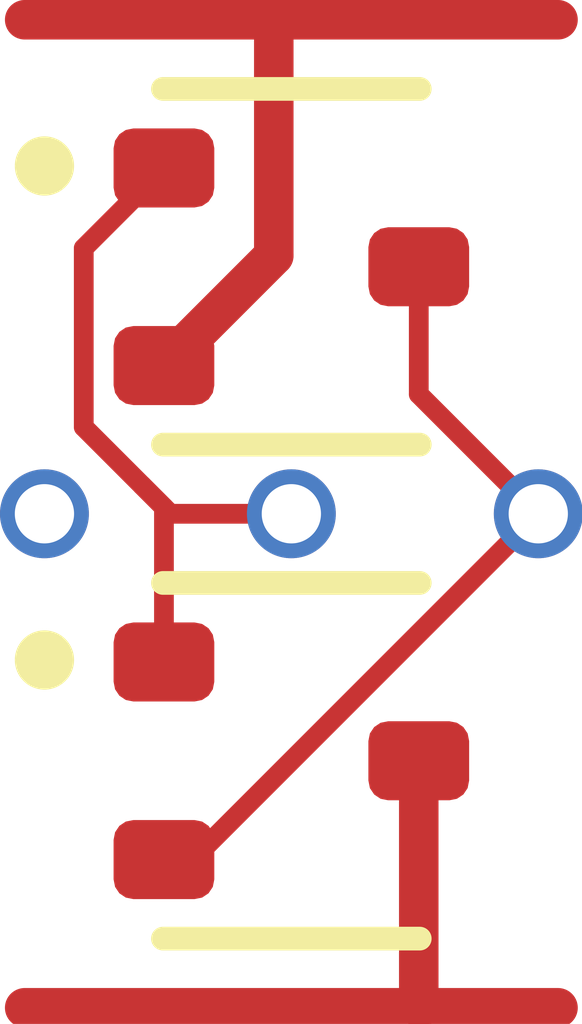
<source format=kicad_pcb>
(kicad_pcb (version 20241229) (generator "pcbnew") (generator_version "9.0")
  (layers (0 "F.Cu" signal) (2 "B.Cu" signal) (13 "F.Paste" user) (15 "B.Paste" user) (5 "F.SilkS" user "F.Silkscreen") (7 "B.SilkS" user "B.Silkscreen") (1 "F.Mask" user) (3 "B.Mask" user) (25 "Edge.Cuts" user))
  (net 0 "")
  (net 1 "Y")
  (net 2 "GND")
  (net 3 "A")
  (net 4 "VDD")
  (footprint "Package_TO_SOT_SMD:SOT-523" (layer "F.Cu") (at 1.25 3.75)
    (property "Reference" "P1" (hide yes))
    (property "Value" "Q_PJFET_GSD" (hide yes))
    (fp_line (start 0.65 -0.9) (end -0.65 -0.9) (stroke (width 0.12)) (layer "F.SilkS"))
    (fp_line (start 0.65 0.9) (end -0.65 0.9) (stroke (width 0.12)) (layer "F.SilkS"))
    (fp_circle (center -1.25 -0.51) (end -1.1 -0.51) (fill yes) (layer "F.SilkS"))
    (pad "1" smd roundrect (at -0.645 -0.5 180) (size 0.51 0.4) (layers "F.Cu" "F.Mask" "F.Paste") (net 3 "A"))
    (pad "2" smd roundrect (at -0.645 0.5 180) (size 0.51 0.4) (layers "F.Cu" "F.Mask" "F.Paste") (net 1 "Y"))
    (pad "3" smd roundrect (at 0.645 0 180) (size 0.51 0.4) (layers "F.Cu" "F.Mask" "F.Paste") (net 4 "VDD"))
  )
  (footprint "Package_TO_SOT_SMD:SOT-523" (layer "F.Cu") (at 1.25 1.25)
    (property "Reference" "N1" (hide yes))
    (property "Value" "Q_NJFET_GSD" (hide yes))
    (fp_line (start 0.65 -0.9) (end -0.65 -0.9) (stroke (width 0.12)) (layer "F.SilkS"))
    (fp_line (start 0.65 0.9) (end -0.65 0.9) (stroke (width 0.12)) (layer "F.SilkS"))
    (fp_circle (center -1.25 -0.51) (end -1.1 -0.51) (fill yes) (layer "F.SilkS"))
    (pad "1" smd roundrect (at -0.645 -0.5 180) (size 0.51 0.4) (layers "F.Cu" "F.Mask" "F.Paste") (net 3 "A"))
    (pad "2" smd roundrect (at -0.645 0.5 180) (size 0.51 0.4) (layers "F.Cu" "F.Mask" "F.Paste") (net 2 "GND"))
    (pad "3" smd roundrect (at 0.645 0 180) (size 0.51 0.4) (layers "F.Cu" "F.Mask" "F.Paste") (net 1 "Y"))
  )
  (via (at 0 2.5) (size 0.45) (drill 0.3) (layers "F.Cu" "B.Cu") (net 0))
  (segment (start 0.75 4.25) (end 0.605 4.25) (width 0.1) (layer "F.Cu") (net 1))
  (segment (start 1.895 1.25) (end 1.895 1.895) (width 0.1) (layer "F.Cu") (net 1))
  (segment (start 1.895 1.895) (end 2.5 2.5) (width 0.1) (layer "F.Cu") (net 1))
  (segment (start 2.5 2.5) (end 0.75 4.25) (width 0.1) (layer "F.Cu") (net 1))
  (via (at 2.5 2.5) (size 0.45) (drill 0.3) (layers "F.Cu" "B.Cu") (net 1))
  (segment (start -0.1 0) (end 2.6 0) (width 0.2) (layer "F.Cu") (net 2))
  (segment (start 1.161 1.194) (end 1.161 0.011) (width 0.2) (layer "F.Cu") (net 2))
  (segment (start 0.605 1.75) (end 1.161 1.194) (width 0.2) (layer "F.Cu") (net 2))
  (segment (start 1.161 0.011) (end 1.15 0) (width 0.2) (layer "F.Cu") (net 2))
  (segment (start 0.199 1.156) (end 0.199 2.061189) (width 0.1) (layer "F.Cu") (net 3))
  (segment (start 0.605 0.75) (end 0.199 1.156) (width 0.1) (layer "F.Cu") (net 3))
  (segment (start 1.25 2.5) (end 0.637812 2.5) (width 0.1) (layer "F.Cu") (net 3))
  (segment (start 0.493906 2.356094) (end 0.605 2.467189) (width 0.1) (layer "F.Cu") (net 3))
  (segment (start 0.605 2.467189) (end 0.605 3.25) (width 0.1) (layer "F.Cu") (net 3))
  (segment (start 0.637812 2.5) (end 0.493906 2.356094) (width 0.1) (layer "F.Cu") (net 3))
  (segment (start 0.199 2.061189) (end 0.493906 2.356094) (width 0.1) (layer "F.Cu") (net 3))
  (via (at 1.25 2.5) (size 0.45) (drill 0.3) (layers "F.Cu" "B.Cu") (net 3))
  (segment (start -0.1 5) (end 2.6 5) (width 0.2) (layer "F.Cu") (net 4))
  (segment (start 1.895 3.75) (end 1.895 4.995) (width 0.2) (layer "F.Cu") (net 4))
  (segment (start 1.895 4.995) (end 1.9 5) (width 0.2) (layer "F.Cu") (net 4))
)
</source>
